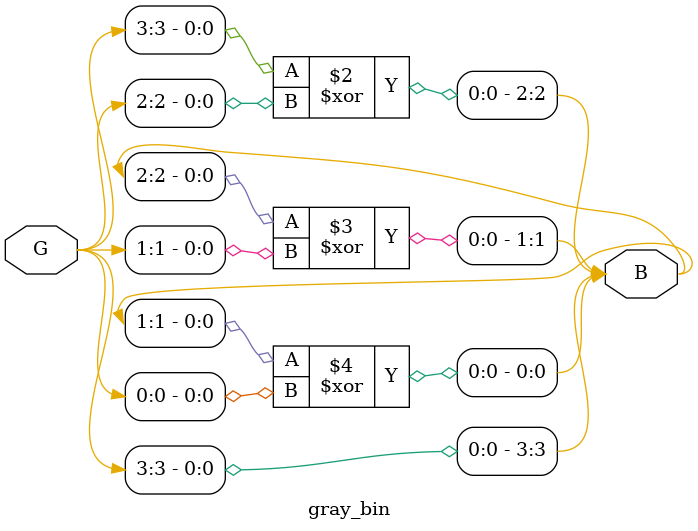
<source format=v>
module gray_bin(input wire [3:0]G,output reg [3:0] B);

always @(G)
begin
B[3]=G[3];
B[2]=B[3]^G[2];
B[1]=B[2]^G[1];
B[0]=B[1]^G[0];

end



endmodule


</source>
